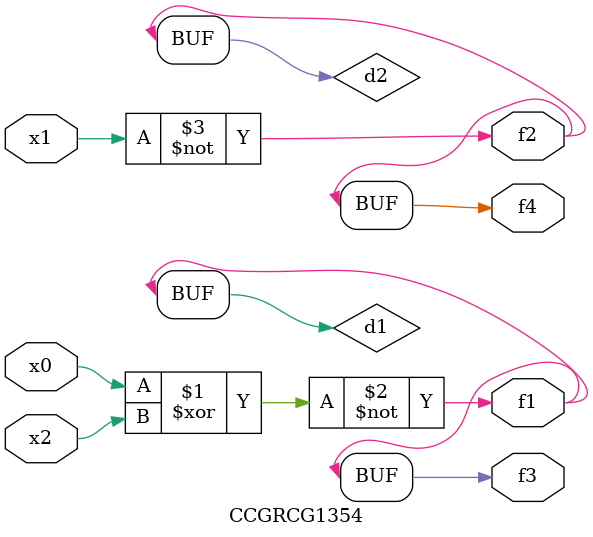
<source format=v>
module CCGRCG1354(
	input x0, x1, x2,
	output f1, f2, f3, f4
);

	wire d1, d2, d3;

	xnor (d1, x0, x2);
	nand (d2, x1);
	nor (d3, x1, x2);
	assign f1 = d1;
	assign f2 = d2;
	assign f3 = d1;
	assign f4 = d2;
endmodule

</source>
